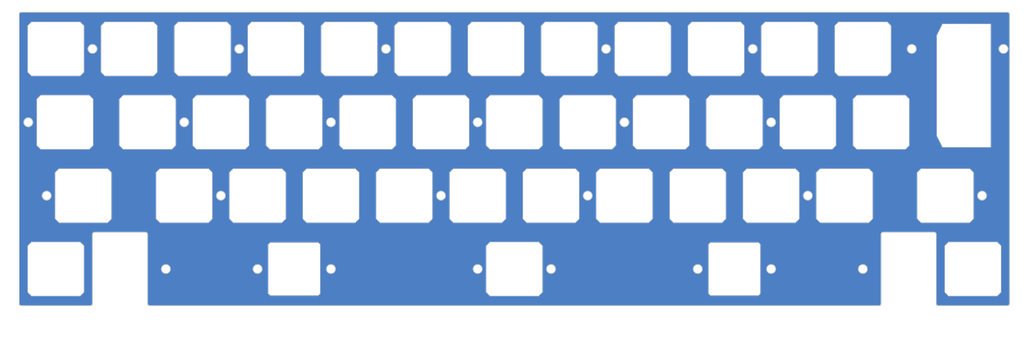
<source format=kicad_pcb>
(kicad_pcb (version 20221018) (generator pcbnew)
  (layers (0 "F.Cu" signal) (31 "B.Cu" signal) (34 "B.Paste" user) (35 "F.Paste" user) (36 "B.SilkS" user "B.Silkscreen") (37 "F.SilkS" user "F.Silkscreen") (38 "B.Mask" user) (39 "F.Mask" user) (44 "Edge.Cuts" user))
  (net 0 "")
  (net 1 "GND")
  (footprint "cipulot_parts:ecs_plate_cut_1U" (layer "F.Cu") (at 26.9875 91.28125)
    (fp_text reference "REF**")
    (fp_text value "Value " hide)
    (fp_line (start -7.3 -6) (end -7.3 6) (stroke (width 0.12)) (layer "Edge.Cuts"))
    (fp_line (start -7.3 6) (end -6.3 7) (stroke (width 0.12)) (layer "Edge.Cuts"))
    (fp_line (start -6.3 -7) (end -7.3 -6) (stroke (width 0.12)) (layer "Edge.Cuts"))
    (fp_line (start -6.3 7) (end 6.3 7) (stroke (width 0.12)) (layer "Edge.Cuts"))
    (fp_line (start 6.3 -7) (end -6.3 -7) (stroke (width 0.12)) (layer "Edge.Cuts"))
    (fp_line (start 6.3 -7) (end 7.3 -6) (stroke (width 0.12)) (layer "Edge.Cuts"))
    (fp_line (start 6.3 7) (end 7.3 6) (stroke (width 0.12)) (layer "Edge.Cuts"))
    (fp_line (start 7.3 6) (end 7.3 -6) (stroke (width 0.12)) (layer "Edge.Cuts"))
  )
  (footprint "cipulot_parts:ecs_plate_cut_1U" (layer "F.Cu") (at 136.525 72.23125)
    (fp_text reference "REF**")
    (fp_text value "Value " hide)
    (fp_line (start -7.3 -6) (end -7.3 6) (stroke (width 0.12)) (layer "Edge.Cuts"))
    (fp_line (start -7.3 6) (end -6.3 7) (stroke (width 0.12)) (layer "Edge.Cuts"))
    (fp_line (start -6.3 -7) (end -7.3 -6) (stroke (width 0.12)) (layer "Edge.Cuts"))
    (fp_line (start -6.3 7) (end 6.3 7) (stroke (width 0.12)) (layer "Edge.Cuts"))
    (fp_line (start 6.3 -7) (end -6.3 -7) (stroke (width 0.12)) (layer "Edge.Cuts"))
    (fp_line (start 6.3 -7) (end 7.3 -6) (stroke (width 0.12)) (layer "Edge.Cuts"))
    (fp_line (start 6.3 7) (end 7.3 6) (stroke (width 0.12)) (layer "Edge.Cuts"))
    (fp_line (start 7.3 6) (end 7.3 -6) (stroke (width 0.12)) (layer "Edge.Cuts"))
  )
  (footprint "cipulot_parts:ecs_plate_cut_1U" (layer "F.Cu") (at 146.05 53.18125)
    (fp_text reference "REF**")
    (fp_text value "Value " hide)
    (fp_line (start -7.3 -6) (end -7.3 6) (stroke (width 0.12)) (layer "Edge.Cuts"))
    (fp_line (start -7.3 6) (end -6.3 7) (stroke (width 0.12)) (layer "Edge.Cuts"))
    (fp_line (start -6.3 -7) (end -7.3 -6) (stroke (width 0.12)) (layer "Edge.Cuts"))
    (fp_line (start -6.3 7) (end 6.3 7) (stroke (width 0.12)) (layer "Edge.Cuts"))
    (fp_line (start 6.3 -7) (end -6.3 -7) (stroke (width 0.12)) (layer "Edge.Cuts"))
    (fp_line (start 6.3 -7) (end 7.3 -6) (stroke (width 0.12)) (layer "Edge.Cuts"))
    (fp_line (start 6.3 7) (end 7.3 6) (stroke (width 0.12)) (layer "Edge.Cuts"))
    (fp_line (start 7.3 6) (end 7.3 -6) (stroke (width 0.12)) (layer "Edge.Cuts"))
  )
  (footprint "cipulot_parts:ecs_plate_cut_1U" (layer "F.Cu") (at 46.0375 34.13125)
    (fp_text reference "REF**")
    (fp_text value "Value " hide)
    (fp_line (start -7.3 -6) (end -7.3 6) (stroke (width 0.12)) (layer "Edge.Cuts"))
    (fp_line (start -7.3 6) (end -6.3 7) (stroke (width 0.12)) (layer "Edge.Cuts"))
    (fp_line (start -6.3 -7) (end -7.3 -6) (stroke (width 0.12)) (layer "Edge.Cuts"))
    (fp_line (start -6.3 7) (end 6.3 7) (stroke (width 0.12)) (layer "Edge.Cuts"))
    (fp_line (start 6.3 -7) (end -6.3 -7) (stroke (width 0.12)) (layer "Edge.Cuts"))
    (fp_line (start 6.3 -7) (end 7.3 -6) (stroke (width 0.12)) (layer "Edge.Cuts"))
    (fp_line (start 6.3 7) (end 7.3 6) (stroke (width 0.12)) (layer "Edge.Cuts"))
    (fp_line (start 7.3 6) (end 7.3 -6) (stroke (width 0.12)) (layer "Edge.Cuts"))
  )
  (footprint "cipulot_parts:ecs_plate_cut_1U" (layer "F.Cu") (at 79.375 72.23125)
    (fp_text reference "REF**")
    (fp_text value "Value " hide)
    (fp_line (start -7.3 -6) (end -7.3 6) (stroke (width 0.12)) (layer "Edge.Cuts"))
    (fp_line (start -7.3 6) (end -6.3 7) (stroke (width 0.12)) (layer "Edge.Cuts"))
    (fp_line (start -6.3 -7) (end -7.3 -6) (stroke (width 0.12)) (layer "Edge.Cuts"))
    (fp_line (start -6.3 7) (end 6.3 7) (stroke (width 0.12)) (layer "Edge.Cuts"))
    (fp_line (start 6.3 -7) (end -6.3 -7) (stroke (width 0.12)) (layer "Edge.Cuts"))
    (fp_line (start 6.3 -7) (end 7.3 -6) (stroke (width 0.12)) (layer "Edge.Cuts"))
    (fp_line (start 6.3 7) (end 7.3 6) (stroke (width 0.12)) (layer "Edge.Cuts"))
    (fp_line (start 7.3 6) (end 7.3 -6) (stroke (width 0.12)) (layer "Edge.Cuts"))
  )
  (footprint "cipulot_parts:ecs_plate_cut_1U" (layer "F.Cu") (at 88.9 53.18125)
    (fp_text reference "REF**")
    (fp_text value "Value " hide)
    (fp_line (start -7.3 -6) (end -7.3 6) (stroke (width 0.12)) (layer "Edge.Cuts"))
    (fp_line (start -7.3 6) (end -6.3 7) (stroke (width 0.12)) (layer "Edge.Cuts"))
    (fp_line (start -6.3 -7) (end -7.3 -6) (stroke (width 0.12)) (layer "Edge.Cuts"))
    (fp_line (start -6.3 7) (end 6.3 7) (stroke (width 0.12)) (layer "Edge.Cuts"))
    (fp_line (start 6.3 -7) (end -6.3 -7) (stroke (width 0.12)) (layer "Edge.Cuts"))
    (fp_line (start 6.3 -7) (end 7.3 -6) (stroke (width 0.12)) (layer "Edge.Cuts"))
    (fp_line (start 6.3 7) (end 7.3 6) (stroke (width 0.12)) (layer "Edge.Cuts"))
    (fp_line (start 7.3 6) (end 7.3 -6) (stroke (width 0.12)) (layer "Edge.Cuts"))
  )
  (footprint "cipulot_parts:ecs_plate_cut_1U" (layer "F.Cu") (at 127 53.18125)
    (fp_text reference "REF**")
    (fp_text value "Value " hide)
    (fp_line (start -7.3 -6) (end -7.3 6) (stroke (width 0.12)) (layer "Edge.Cuts"))
    (fp_line (start -7.3 6) (end -6.3 7) (stroke (width 0.12)) (layer "Edge.Cuts"))
    (fp_line (start -6.3 -7) (end -7.3 -6) (stroke (width 0.12)) (layer "Edge.Cuts"))
    (fp_line (start -6.3 7) (end 6.3 7) (stroke (width 0.12)) (layer "Edge.Cuts"))
    (fp_line (start 6.3 -7) (end -6.3 -7) (stroke (width 0.12)) (layer "Edge.Cuts"))
    (fp_line (start 6.3 -7) (end 7.3 -6) (stroke (width 0.12)) (layer "Edge.Cuts"))
    (fp_line (start 6.3 7) (end 7.3 6) (stroke (width 0.12)) (layer "Edge.Cuts"))
    (fp_line (start 7.3 6) (end 7.3 -6) (stroke (width 0.12)) (layer "Edge.Cuts"))
  )
  (footprint "cipulot_parts:ecs_plate_cut_1U" (layer "F.Cu") (at 198.4375 34.13125)
    (fp_text reference "REF**")
    (fp_text value "Value " hide)
    (fp_line (start -7.3 -6) (end -7.3 6) (stroke (width 0.12)) (layer "Edge.Cuts"))
    (fp_line (start -7.3 6) (end -6.3 7) (stroke (width 0.12)) (layer "Edge.Cuts"))
    (fp_line (start -6.3 -7) (end -7.3 -6) (stroke (width 0.12)) (layer "Edge.Cuts"))
    (fp_line (start -6.3 7) (end 6.3 7) (stroke (width 0.12)) (layer "Edge.Cuts"))
    (fp_line (start 6.3 -7) (end -6.3 -7) (stroke (width 0.12)) (layer "Edge.Cuts"))
    (fp_line (start 6.3 -7) (end 7.3 -6) (stroke (width 0.12)) (layer "Edge.Cuts"))
    (fp_line (start 6.3 7) (end 7.3 6) (stroke (width 0.12)) (layer "Edge.Cuts"))
    (fp_line (start 7.3 6) (end 7.3 -6) (stroke (width 0.12)) (layer "Edge.Cuts"))
  )
  (footprint "cipulot_parts:ecs_plate_cut_1U" (layer "F.Cu") (at 203.2 53.18125)
    (fp_text reference "REF**")
    (fp_text value "Value " hide)
    (fp_line (start -7.3 -6) (end -7.3 6) (stroke (width 0.12)) (layer "Edge.Cuts"))
    (fp_line (start -7.3 6) (end -6.3 7) (stroke (width 0.12)) (layer "Edge.Cuts"))
    (fp_line (start -6.3 -7) (end -7.3 -6) (stroke (width 0.12)) (layer "Edge.Cuts"))
    (fp_line (start -6.3 7) (end 6.3 7) (stroke (width 0.12)) (layer "Edge.Cuts"))
    (fp_line (start 6.3 -7) (end -6.3 -7) (stroke (width 0.12)) (layer "Edge.Cuts"))
    (fp_line (start 6.3 -7) (end 7.3 -6) (stroke (width 0.12)) (layer "Edge.Cuts"))
    (fp_line (start 6.3 7) (end 7.3 6) (stroke (width 0.12)) (layer "Edge.Cuts"))
    (fp_line (start 7.3 6) (end 7.3 -6) (stroke (width 0.12)) (layer "Edge.Cuts"))
  )
  (footprint "cipulot_parts:ecs_plate_cut_1U" (layer "F.Cu") (at 165.1 53.18125)
    (fp_text reference "REF**")
    (fp_text value "Value " hide)
    (fp_line (start -7.3 -6) (end -7.3 6) (stroke (width 0.12)) (layer "Edge.Cuts"))
    (fp_line (start -7.3 6) (end -6.3 7) (stroke (width 0.12)) (layer "Edge.Cuts"))
    (fp_line (start -6.3 -7) (end -7.3 -6) (stroke (width 0.12)) (layer "Edge.Cuts"))
    (fp_line (start -6.3 7) (end 6.3 7) (stroke (width 0.12)) (layer "Edge.Cuts"))
    (fp_line (start 6.3 -7) (end -6.3 -7) (stroke (width 0.12)) (layer "Edge.Cuts"))
    (fp_line (start 6.3 -7) (end 7.3 -6) (stroke (width 0.12)) (layer "Edge.Cuts"))
    (fp_line (start 6.3 7) (end 7.3 6) (stroke (width 0.12)) (layer "Edge.Cuts"))
    (fp_line (start 7.3 6) (end 7.3 -6) (stroke (width 0.12)) (layer "Edge.Cuts"))
  )
  (footprint "cipulot_parts:ecs_plate_cut_1U" (layer "F.Cu") (at 217.4875 34.13125)
    (fp_text reference "REF**")
    (fp_text value "Value " hide)
    (fp_line (start -7.3 -6) (end -7.3 6) (stroke (width 0.12)) (layer "Edge.Cuts"))
    (fp_line (start -7.3 6) (end -6.3 7) (stroke (width 0.12)) (layer "Edge.Cuts"))
    (fp_line (start -6.3 -7) (end -7.3 -6) (stroke (width 0.12)) (layer "Edge.Cuts"))
    (fp_line (start -6.3 7) (end 6.3 7) (stroke (width 0.12)) (layer "Edge.Cuts"))
    (fp_line (start 6.3 -7) (end -6.3 -7) (stroke (width 0.12)) (layer "Edge.Cuts"))
    (fp_line (start 6.3 -7) (end 7.3 -6) (stroke (width 0.12)) (layer "Edge.Cuts"))
    (fp_line (start 6.3 7) (end 7.3 6) (stroke (width 0.12)) (layer "Edge.Cuts"))
    (fp_line (start 7.3 6) (end 7.3 -6) (stroke (width 0.12)) (layer "Edge.Cuts"))
  )
  (footprint "cipulot_parts:ecs_plate_cut_1U" (layer "F.Cu") (at 117.475 72.23125)
    (fp_text reference "REF**")
    (fp_text value "Value " hide)
    (fp_line (start -7.3 -6) (end -7.3 6) (stroke (width 0.12)) (layer "Edge.Cuts"))
    (fp_line (start -7.3 6) (end -6.3 7) (stroke (width 0.12)) (layer "Edge.Cuts"))
    (fp_line (start -6.3 -7) (end -7.3 -6) (stroke (width 0.12)) (layer "Edge.Cuts"))
    (fp_line (start -6.3 7) (end 6.3 7) (stroke (width 0.12)) (layer "Edge.Cuts"))
    (fp_line (start 6.3 -7) (end -6.3 -7) (stroke (width 0.12)) (layer "Edge.Cuts"))
    (fp_line (start 6.3 -7) (end 7.3 -6) (stroke (width 0.12)) (layer "Edge.Cuts"))
    (fp_line (start 6.3 7) (end 7.3 6) (stroke (width 0.12)) (layer "Edge.Cuts"))
    (fp_line (start 7.3 6) (end 7.3 -6) (stroke (width 0.12)) (layer "Edge.Cuts"))
  )
  (footprint "cipulot_parts:ecs_plate_cut_1U" (layer "F.Cu") (at 146.05 91.28125)
    (fp_text reference "REF**")
    (fp_text value "Value " hide)
    (fp_line (start -7.3 -6) (end -7.3 6) (stroke (width 0.12)) (layer "Edge.Cuts"))
    (fp_line (start -7.3 6) (end -6.3 7) (stroke (width 0.12)) (layer "Edge.Cuts"))
    (fp_line (start -6.3 -7) (end -7.3 -6) (stroke (width 0.12)) (layer "Edge.Cuts"))
    (fp_line (start -6.3 7) (end 6.3 7) (stroke (width 0.12)) (layer "Edge.Cuts"))
    (fp_line (start 6.3 -7) (end -6.3 -7) (stroke (width 0.12)) (layer "Edge.Cuts"))
    (fp_line (start 6.3 -7) (end 7.3 -6) (stroke (width 0.12)) (layer "Edge.Cuts"))
    (fp_line (start 6.3 7) (end 7.3 6) (stroke (width 0.12)) (layer "Edge.Cuts"))
    (fp_line (start 7.3 6) (end 7.3 -6) (stroke (width 0.12)) (layer "Edge.Cuts"))
  )
  (footprint "cipulot_parts:ecs_plate_cut_1U" (layer "F.Cu") (at 84.137501 34.13125)
    (fp_text reference "REF**")
    (fp_text value "Value " hide)
    (fp_line (start -7.3 -6) (end -7.3 6) (stroke (width 0.12)) (layer "Edge.Cuts"))
    (fp_line (start -7.3 6) (end -6.3 7) (stroke (width 0.12)) (layer "Edge.Cuts"))
    (fp_line (start -6.3 -7) (end -7.3 -6) (stroke (width 0.12)) (layer "Edge.Cuts"))
    (fp_line (start -6.3 7) (end 6.3 7) (stroke (width 0.12)) (layer "Edge.Cuts"))
    (fp_line (start 6.3 -7) (end -6.3 -7) (stroke (width 0.12)) (layer "Edge.Cuts"))
    (fp_line (start 6.3 -7) (end 7.3 -6) (stroke (width 0.12)) (layer "Edge.Cuts"))
    (fp_line (start 6.3 7) (end 7.3 6) (stroke (width 0.12)) (layer "Edge.Cuts"))
    (fp_line (start 7.3 6) (end 7.3 -6) (stroke (width 0.12)) (layer "Edge.Cuts"))
  )
  (footprint "cipulot_parts:ecs_plate_cut_1U" (layer "F.Cu") (at 34.13125 72.23125)
    (fp_text reference "REF**")
    (fp_text value "Value " hide)
    (fp_line (start -7.3 -6) (end -7.3 6) (stroke (width 0.12)) (layer "Edge.Cuts"))
    (fp_line (start -7.3 6) (end -6.3 7) (stroke (width 0.12)) (layer "Edge.Cuts"))
    (fp_line (start -6.3 -7) (end -7.3 -6) (stroke (width 0.12)) (layer "Edge.Cuts"))
    (fp_line (start -6.3 7) (end 6.3 7) (stroke (width 0.12)) (layer "Edge.Cuts"))
    (fp_line (start 6.3 -7) (end -6.3 -7) (stroke (width 0.12)) (layer "Edge.Cuts"))
    (fp_line (start 6.3 -7) (end 7.3 -6) (stroke (width 0.12)) (layer "Edge.Cuts"))
    (fp_line (start 6.3 7) (end 7.3 6) (stroke (width 0.12)) (layer "Edge.Cuts"))
    (fp_line (start 7.3 6) (end 7.3 -6) (stroke (width 0.12)) (layer "Edge.Cuts"))
  )
  (footprint "cipulot_parts:ecs_plate_cut_1U" (layer "F.Cu") (at 155.575 72.23125)
    (fp_text reference "REF**")
    (fp_text value "Value " hide)
    (fp_line (start -7.3 -6) (end -7.3 6) (stroke (width 0.12)) (layer "Edge.Cuts"))
    (fp_line (start -7.3 6) (end -6.3 7) (stroke (width 0.12)) (layer "Edge.Cuts"))
    (fp_line (start -6.3 -7) (end -7.3 -6) (stroke (width 0.12)) (layer "Edge.Cuts"))
    (fp_line (start -6.3 7) (end 6.3 7) (stroke (width 0.12)) (layer "Edge.Cuts"))
    (fp_line (start 6.3 -7) (end -6.3 -7) (stroke (width 0.12)) (layer "Edge.Cuts"))
    (fp_line (start 6.3 -7) (end 7.3 -6) (stroke (width 0.12)) (layer "Edge.Cuts"))
    (fp_line (start 6.3 7) (end 7.3 6) (stroke (width 0.12)) (layer "Edge.Cuts"))
    (fp_line (start 7.3 6) (end 7.3 -6) (stroke (width 0.12)) (layer "Edge.Cuts"))
  )
  (footprint "cipulot_parts:ecs_plate_cut_1U" (layer "F.Cu") (at 60.325 72.23125)
    (fp_text reference "REF**")
    (fp_text value "Value " hide)
    (fp_line (start -7.3 -6) (end -7.3 6) (stroke (width 0.12)) (layer "Edge.Cuts"))
    (fp_line (start -7.3 6) (end -6.3 7) (stroke (width 0.12)) (layer "Edge.Cuts"))
    (fp_line (start -6.3 -7) (end -7.3 -6) (stroke (width 0.12)) (layer "Edge.Cuts"))
    (fp_line (start -6.3 7) (end 6.3 7) (stroke (width 0.12)) (layer "Edge.Cuts"))
    (fp_line (start 6.3 -7) (end -6.3 -7) (stroke (width 0.12)) (layer "Edge.Cuts"))
    (fp_line (start 6.3 -7) (end 7.3 -6) (stroke (width 0.12)) (layer "Edge.Cuts"))
    (fp_line (start 6.3 7) (end 7.3 6) (stroke (width 0.12)) (layer "Edge.Cuts"))
    (fp_line (start 7.3 6) (end 7.3 -6) (stroke (width 0.12)) (layer "Edge.Cuts"))
  )
  (footprint "cipulot_parts:ecs_plate_cut_1U" (layer "F.Cu") (at 50.8 53.18125)
    (fp_text reference "REF**")
    (fp_text value "Value " hide)
    (fp_line (start -7.3 -6) (end -7.3 6) (stroke (width 0.12)) (layer "Edge.Cuts"))
    (fp_line (start -7.3 6) (end -6.3 7) (stroke (width 0.12)) (layer "Edge.Cuts"))
    (fp_line (start -6.3 -7) (end -7.3 -6) (stroke (width 0.12)) (layer "Edge.Cuts"))
    (fp_line (start -6.3 7) (end 6.3 7) (stroke (width 0.12)) (layer "Edge.Cuts"))
    (fp_line (start 6.3 -7) (end -6.3 -7) (stroke (width 0.12)) (layer "Edge.Cuts"))
    (fp_line (start 6.3 -7) (end 7.3 -6) (stroke (width 0.12)) (layer "Edge.Cuts"))
    (fp_line (start 6.3 7) (end 7.3 6) (stroke (width 0.12)) (layer "Edge.Cuts"))
    (fp_line (start 7.3 6) (end 7.3 -6) (stroke (width 0.12)) (layer "Edge.Cuts"))
  )
  (footprint "cipulot_parts:ecs_plate_cut_1U" (layer "F.Cu") (at 107.95 53.18125)
    (fp_text reference "REF**")
    (fp_text value "Value " hide)
    (fp_line (start -7.3 -6) (end -7.3 6) (stroke (width 0.12)) (layer "Edge.Cuts"))
    (fp_line (start -7.3 6) (end -6.3 7) (stroke (width 0.12)) (layer "Edge.Cuts"))
    (fp_line (start -6.3 -7) (end -7.3 -6) (stroke (width 0.12)) (layer "Edge.Cuts"))
    (fp_line (start -6.3 7) (end 6.3 7) (stroke (width 0.12)) (layer "Edge.Cuts"))
    (fp_line (start 6.3 -7) (end -6.3 -7) (stroke (width 0.12)) (layer "Edge.Cuts"))
    (fp_line (start 6.3 -7) (end 7.3 -6) (stroke (width 0.12)) (layer "Edge.Cuts"))
    (fp_line (start 6.3 7) (end 7.3 6) (stroke (width 0.12)) (layer "Edge.Cuts"))
    (fp_line (start 7.3 6) (end 7.3 -6) (stroke (width 0.12)) (layer "Edge.Cuts"))
  )
  (footprint "cipulot_parts:ecs_plate_cut_1U" (layer "F.Cu") (at 65.0875 34.13125)
    (fp_text reference "REF**")
    (fp_text value "Value " hide)
    (fp_line (start -7.3 -6) (end -7.3 6) (stroke (width 0.12)) (layer "Edge.Cuts"))
    (fp_line (start -7.3 6) (end -6.3 7) (stroke (width 0.12)) (layer "Edge.Cuts"))
    (fp_line (start -6.3 -7) (end -7.3 -6) (stroke (width 0.12)) (layer "Edge.Cuts"))
    (fp_line (start -6.3 7) (end 6.3 7) (stroke (width 0.12)) (layer "Edge.Cuts"))
    (fp_line (start 6.3 -7) (end -6.3 -7) (stroke (width 0.12)) (layer "Edge.Cuts"))
    (fp_line (start 6.3 -7) (end 7.3 -6) (stroke (width 0.12)) (layer "Edge.Cuts"))
    (fp_line (start 6.3 7) (end 7.3 6) (stroke (width 0.12)) (layer "Edge.Cuts"))
    (fp_line (start 7.3 6) (end 7.3 -6) (stroke (width 0.12)) (layer "Edge.Cuts"))
  )
  (footprint "cipulot_parts:ecs_plate_cut_1U" (layer "F.Cu") (at 141.2875 34.13125)
    (fp_text reference "REF**")
    (fp_text value "Value " hide)
    (fp_line (start -7.3 -6) (end -7.3 6) (stroke (width 0.12)) (layer "Edge.Cuts"))
    (fp_line (start -7.3 6) (end -6.3 7) (stroke (width 0.12)) (layer "Edge.Cuts"))
    (fp_line (start -6.3 -7) (end -7.3 -6) (stroke (width 0.12)) (layer "Edge.Cuts"))
    (fp_line (start -6.3 7) (end 6.3 7) (stroke (width 0.12)) (layer "Edge.Cuts"))
    (fp_line (start 6.3 -7) (end -6.3 -7) (stroke (width 0.12)) (layer "Edge.Cuts"))
    (fp_line (start 6.3 -7) (end 7.3 -6) (stroke (width 0.12)) (layer "Edge.Cuts"))
    (fp_line (start 6.3 7) (end 7.3 6) (stroke (width 0.12)) (layer "Edge.Cuts"))
    (fp_line (start 7.3 6) (end 7.3 -6) (stroke (width 0.12)) (layer "Edge.Cuts"))
  )
  (footprint "cipulot_parts:ecs_plate_cut_7U_space_stab" (layer "F.Cu") (at 146.05 91.28125)
    (fp_text reference "REF**")
    (fp_text value "Value " hide)
    (fp_line (start -63.8876 -6.3635) (end -63.8876 6.3635) (stroke (width 0.12)) (layer "Edge.Cuts"))
    (fp_line (start -63.8876 6.3635) (end -63.3806 6.8705) (stroke (width 0.12)) (layer "Edge.Cuts"))
    (fp_line (start -63.3806 -6.8705) (end -63.8876 -6.3635) (stroke (width 0.12)) (layer "Edge.Cuts"))
    (fp_line (start -63.3806 6.8705) (end -50.9326 6.8705) (stroke (width 0.12)) (layer "Edge.Cuts"))
    (fp_line (start -50.9326 -6.8705) (end -63.3806 -6.8705) (stroke (width 0.12)) (layer "Edge.Cuts"))
    (fp_line (start -50.9326 6.8705) (end -50.4256 6.3635) (stroke (width 0.12)) (layer "Edge.Cuts"))
    (fp_line (start -50.4256 -6.3635) (end -50.9326 -6.8705) (stroke (width 0.12)) (layer "Edge.Cuts"))
    (fp_line (start -50.4256 6.3635) (end -50.4256 -6.3635) (stroke (width 0.12)) (layer "Edge.Cuts"))
    (fp_line (start 50.419 -6.3635) (end 50.419 6.3635) (stroke (width 0.12)) (layer "Edge.Cuts"))
    (fp_line (start 50.419 -6.3635) (end 50.919 -6.8705) (stroke (width 0.12)) (layer "Edge.Cuts"))
    (fp_line (start 50.419 6.3635) (end 50.926 6.8705) (stroke (width 0.12)) (layer "Edge.Cuts"))
    (fp_line (start 50.919 -6.8705) (end 63.381 -6.8705) (stroke (width 0.12)) (layer "Edge.Cuts"))
    (fp_line (start 50.926 6.8705) (end 63.374 6.8705) (stroke (width 0.12)) (layer "Edge.Cuts"))
    (fp_line (start 63.374 6.8705) (end 63.881 6.3635) (stroke (width 0.12)) (layer "Edge.Cuts"))
    (fp_line (start 63.381 -6.8705) (end 63.881 -6.3635) (stroke (width 0.12)) (layer "Edge.Cuts"))
    (fp_line (start 63.881 6.3635) (end 63.881 -6.3635) (stroke (width 0.12)) (layer "Edge.Cuts"))
  )
  (footprint "cipulot_parts:ecs_plate_cut_1U" (layer "F.Cu") (at 29.36875 53.18125)
    (fp_text reference "REF**")
    (fp_text value "Value " hide)
    (fp_line (start -7.3 -6) (end -7.3 6) (stroke (width 0.12)) (layer "Edge.Cuts"))
    (fp_line (start -7.3 6) (end -6.3 7) (stroke (width 0.12)) (layer "Edge.Cuts"))
    (fp_line (start -6.3 -7) (end -7.3 -6) (stroke (width 0.12)) (layer "Edge.Cuts"))
    (fp_line (start -6.3 7) (end 6.3 7) (stroke (width 0.12)) (layer "Edge.Cuts"))
    (fp_line (start 6.3 -7) (end -6.3 -7) (stroke (width 0.12)) (layer "Edge.Cuts"))
    (fp_line (start 6.3 -7) (end 7.3 -6) (stroke (width 0.12)) (layer "Edge.Cuts"))
    (fp_line (start 6.3 7) (end 7.3 6) (stroke (width 0.12)) (layer "Edge.Cuts"))
    (fp_line (start 7.3 6) (end 7.3 -6) (stroke (width 0.12)) (layer "Edge.Cuts"))
  )
  (footprint "cipulot_parts:ecs_plate_cut_1U" (layer "F.Cu") (at 160.3375 34.13125)
    (fp_text reference "REF**")
    (fp_text value "Value " hide)
    (fp_line (start -7.3 -6) (end -7.3 6) (stroke (width 0.12)) (layer "Edge.Cuts"))
    (fp_line (start -7.3 6) (end -6.3 7) (stroke (width 0.12)) (layer "Edge.Cuts"))
    (fp_line (start -6.3 -7) (end -7.3 -6) (stroke (width 0.12)) (layer "Edge.Cuts"))
    (fp_line (start -6.3 7) (end 6.3 7) (stroke (width 0.12)) (layer "Edge.Cuts"))
    (fp_line (start 6.3 -7) (end -6.3 -7) (stroke (width 0.12)) (layer "Edge.Cuts"))
    (fp_line (start 6.3 -7) (end 7.3 -6) (stroke (width 0.12)) (layer "Edge.Cuts"))
    (fp_line (start 6.3 7) (end 7.3 6) (stroke (width 0.12)) (layer "Edge.Cuts"))
    (fp_line (start 7.3 6) (end 7.3 -6) (stroke (width 0.12)) (layer "Edge.Cuts"))
  )
  (footprint "cipulot_parts:ecs_plate_cut_1U" (layer "F.Cu") (at 122.2375 34.13125)
    (fp_text reference "REF**")
    (fp_text value "Value " hide)
    (fp_line (start -7.3 -6) (end -7.3 6) (stroke (width 0.12)) (layer "Edge.Cuts"))
    (fp_line (start -7.3 6) (end -6.3 7) (stroke (width 0.12)) (layer "Edge.Cuts"))
    (fp_line (start -6.3 -7) (end -7.3 -6) (stroke (width 0.12)) (layer "Edge.Cuts"))
    (fp_line (start -6.3 7) (end 6.3 7) (stroke (width 0.12)) (layer "Edge.Cuts"))
    (fp_line (start 6.3 -7) (end -6.3 -7) (stroke (width 0.12)) (layer "Edge.Cuts"))
    (fp_line (start 6.3 -7) (end 7.3 -6) (stroke (width 0.12)) (layer "Edge.Cuts"))
    (fp_line (start 6.3 7) (end 7.3 6) (stroke (width 0.12)) (layer "Edge.Cuts"))
    (fp_line (start 7.3 6) (end 7.3 -6) (stroke (width 0.12)) (layer "Edge.Cuts"))
  )
  (footprint "cipulot_parts:ecs_plate_cut_1U" (layer "F.Cu") (at 212.725 72.23125)
    (fp_text reference "REF**")
    (fp_text value "Value " hide)
    (fp_line (start -7.3 -6) (end -7.3 6) (stroke (width 0.12)) (layer "Edge.Cuts"))
    (fp_line (start -7.3 6) (end -6.3 7) (stroke (width 0.12)) (layer "Edge.Cuts"))
    (fp_line (start -6.3 -7) (end -7.3 -6) (stroke (width 0.12)) (layer "Edge.Cuts"))
    (fp_line (start -6.3 7) (end 6.3 7) (stroke (width 0.12)) (layer "Edge.Cuts"))
    (fp_line (start 6.3 -7) (end -6.3 -7) (stroke (width 0.12)) (layer "Edge.Cuts"))
    (fp_line (start 6.3 -7) (end 7.3 -6) (stroke (width 0.12)) (layer "Edge.Cuts"))
    (fp_line (start 6.3 7) (end 7.3 6) (stroke (width 0.12)) (layer "Edge.Cuts"))
    (fp_line (start 7.3 6) (end 7.3 -6) (stroke (width 0.12)) (layer "Edge.Cuts"))
  )
  (footprint "cipulot_parts:ecs_plate_cut_1U" (layer "F.Cu") (at 257.96875 72.23125)
    (fp_text reference "REF**")
    (fp_text value "Value " hide)
    (fp_line (start -7.3 -6) (end -7.3 6) (stroke (width 0.12)) (layer "Edge.Cuts"))
    (fp_line (start -7.3 6) (end -6.3 7) (stroke (width 0.12)) (layer "Edge.Cuts"))
    (fp_line (start -6.3 -7) (end -7.3 -6) (stroke (width 0.12)) (layer "Edge.Cuts"))
    (fp_line (start -6.3 7) (end 6.3 7) (stroke (width 0.12)) (layer "Edge.Cuts"))
    (fp_line (start 6.3 -7) (end -6.3 -7) (stroke (width 0.12)) (layer "Edge.Cuts"))
    (fp_line (start 6.3 -7) (end 7.3 -6) (stroke (width 0.12)) (layer "Edge.Cuts"))
    (fp_line (start 6.3 7) (end 7.3 6) (stroke (width 0.12)) (layer "Edge.Cuts"))
    (fp_line (start 7.3 6) (end 7.3 -6) (stroke (width 0.12)) (layer "Edge.Cuts"))
  )
  (footprint "cipulot_parts:ecs_plate_cut_1U" (layer "F.Cu") (at 69.85 53.18125)
    (fp_text reference "REF**")
    (fp_text value "Value " hide)
    (fp_line (start -7.3 -6) (end -7.3 6) (stroke (width 0.12)) (layer "Edge.Cuts"))
    (fp_line (start -7.3 6) (end -6.3 7) (stroke (width 0.12)) (layer "Edge.Cuts"))
    (fp_line (start -6.3 -7) (end -7.3 -6) (stroke (width 0.12)) (layer "Edge.Cuts"))
    (fp_line (start -6.3 7) (end 6.3 7) (stroke (width 0.12)) (layer "Edge.Cuts"))
    (fp_line (start 6.3 -7) (end -6.3 -7) (stroke (width 0.12)) (layer "Edge.Cuts"))
    (fp_line (start 6.3 -7) (end 7.3 -6) (stroke (width 0.12)) (layer "Edge.Cuts"))
    (fp_line (start 6.3 7) (end 7.3 6) (stroke (width 0.12)) (layer "Edge.Cuts"))
    (fp_line (start 7.3 6) (end 7.3 -6) (stroke (width 0.12)) (layer "Edge.Cuts"))
  )
  (footprint "cipulot_parts:ecs_plate_cut_1U" (layer "F.Cu") (at 231.775 72.23125)
    (fp_text reference "REF**")
    (fp_text value "Value " hide)
    (fp_line (start -7.3 -6) (end -7.3 6) (stroke (width 0.12)) (layer "Edge.Cuts"))
    (fp_line (start -7.3 6) (end -6.3 7) (stroke (width 0.12)) (layer "Edge.Cuts"))
    (fp_line (start -6.3 -7) (end -7.3 -6) (stroke (width 0.12)) (layer "Edge.Cuts"))
    (fp_line (start -6.3 7) (end 6.3 7) (stroke (width 0.12)) (layer "Edge.Cuts"))
    (fp_line (start 6.3 -7) (end -6.3 -7) (stroke (width 0.12)) (layer "Edge.Cuts"))
    (fp_line (start 6.3 -7) (end 7.3 -6) (stroke (width 0.12)) (layer "Edge.Cuts"))
    (fp_line (start 6.3 7) (end 7.3 6) (stroke (width 0.12)) (layer "Edge.Cuts"))
    (fp_line (start 7.3 6) (end 7.3 -6) (stroke (width 0.12)) (layer "Edge.Cuts"))
  )
  (footprint "cipulot_parts:ecs_plate_cut_1U" (layer "F.Cu") (at 174.625 72.23125)
    (fp_text reference "REF**")
    (fp_text value "Value " hide)
    (fp_line (start -7.3 -6) (end -7.3 6) (stroke (width 0.12)) (layer "Edge.Cuts"))
    (fp_line (start -7.3 6) (end -6.3 7) (stroke (width 0.12)) (layer "Edge.Cuts"))
    (fp_line (start -6.3 -7) (end -7.3 -6) (stroke (width 0.12)) (layer "Edge.Cuts"))
    (fp_line (start -6.3 7) (end 6.3 7) (stroke (width 0.12)) (layer "Edge.Cuts"))
    (fp_line (start 6.3 -7) (end -6.3 -7) (stroke (width 0.12)) (layer "Edge.Cuts"))
    (fp_line (start 6.3 -7) (end 7.3 -6) (stroke (width 0.12)) (layer "Edge.Cuts"))
    (fp_line (start 6.3 7) (end 7.3 6) (stroke (width 0.12)) (layer "Edge.Cuts"))
    (fp_line (start 7.3 6) (end 7.3 -6) (stroke (width 0.12)) (layer "Edge.Cuts"))
  )
  (footprint "cipulot_parts:ecs_plate_cut_1U" (layer "F.Cu") (at 98.425 72.23125)
    (fp_text reference "REF**")
    (fp_text value "Value " hide)
    (fp_line (start -7.3 -6) (end -7.3 6) (stroke (width 0.12)) (layer "Edge.Cuts"))
    (fp_line (start -7.3 6) (end -6.3 7) (stroke (width 0.12)) (layer "Edge.Cuts"))
    (fp_line (start -6.3 -7) (end -7.3 -6) (stroke (width 0.12)) (layer "Edge.Cuts"))
    (fp_line (start -6.3 7) (end 6.3 7) (stroke (width 0.12)) (layer "Edge.Cuts"))
    (fp_line (start 6.3 -7) (end -6.3 -7) (stroke (width 0.12)) (layer "Edge.Cuts"))
    (fp_line (start 6.3 -7) (end 7.3 -6) (stroke (width 0.12)) (layer "Edge.Cuts"))
    (fp_line (start 6.3 7) (end 7.3 6) (stroke (width 0.12)) (layer "Edge.Cuts"))
    (fp_line (start 7.3 6) (end 7.3 -6) (stroke (width 0.12)) (layer "Edge.Cuts"))
  )
  (footprint "cipulot_parts:ecs_plate_cut_1U" (layer "F.Cu") (at 222.25 53.18125)
    (fp_text reference "REF**")
    (fp_text value "Value " hide)
    (fp_line (start -7.3 -6) (end -7.3 6) (stroke (width 0.12)) (layer "Edge.Cuts"))
    (fp_line (start -7.3 6) (end -6.3 7) (stroke (width 0.12)) (layer "Edge.Cuts"))
    (fp_line (start -6.3 -7) (end -7.3 -6) (stroke (width 0.12)) (layer "Edge.Cuts"))
    (fp_line (start -6.3 7) (end 6.3 7) (stroke (width 0.12)) (layer "Edge.Cuts"))
    (fp_line (start 6.3 -7) (end -6.3 -7) (stroke (width 0.12)) (layer "Edge.Cuts"))
    (fp_line (start 6.3 -7) (end 7.3 -6) (stroke (width 0.12)) (layer "Edge.Cuts"))
    (fp_line (start 6.3 7) (end 7.3 6) (stroke (width 0.12)) (layer "Edge.Cuts"))
    (fp_line (start 7.3 6) (end 7.3 -6) (stroke (width 0.12)) (layer "Edge.Cuts"))
  )
  (footprint "cipulot_parts:ecs_plate_cut_1U" (layer "F.Cu") (at 236.5375 34.13125)
    (fp_text reference "REF**")
    (fp_text value "Value " hide)
    (fp_line (start -7.3 -6) (end -7.3 6) (stroke (width 0.12)) (layer "Edge.Cuts"))
    (fp_line (start -7.3 6) (end -6.3 7) (stroke (width 0.12)) (layer "Edge.Cuts"))
    (fp_line (start -6.3 -7) (end -7.3 -6) (stroke (width 0.12)) (layer "Edge.Cuts"))
    (fp_line (start -6.3 7) (end 6.3 7) (stroke (width 0.12)) (layer "Edge.Cuts"))
    (fp_line (start 6.3 -7) (end -6.3 -7) (stroke (width 0.12)) (layer "Edge.Cuts"))
    (fp_line (start 6.3 -7) (end 7.3 -6) (stroke (width 0.12)) (layer "Edge.Cuts"))
    (fp_line (start 6.3 7) (end 7.3 6) (stroke (width 0.12)) (layer "Edge.Cuts"))
    (fp_line (start 7.3 6) (end 7.3 -6) (stroke (width 0.12)) (layer "Edge.Cuts"))
  )
  (footprint "cipulot_parts:ecs_plate_cut_1U" (layer "F.Cu") (at 193.675 72.23125)
    (fp_text reference "REF**")
    (fp_text value "Value " hide)
    (fp_line (start -7.3 -6) (end -7.3 6) (stroke (width 0.12)) (layer "Edge.Cuts"))
    (fp_line (start -7.3 6) (end -6.3 7) (stroke (width 0.12)) (layer "Edge.Cuts"))
    (fp_line (start -6.3 -7) (end -7.3 -6) (stroke (width 0.12)) (layer "Edge.Cuts"))
    (fp_line (start -6.3 7) (end 6.3 7) (stroke (width 0.12)) (layer "Edge.Cuts"))
    (fp_line (start 6.3 -7) (end -6.3 -7) (stroke (width 0.12)) (layer "Edge.Cuts"))
    (fp_line (start 6.3 -7) (end 7.3 -6) (stroke (width 0.12)) (layer "Edge.Cuts"))
    (fp_line (start 6.3 7) (end 7.3 6) (stroke (width 0.12)) (layer "Edge.Cuts"))
    (fp_line (start 7.3 6) (end 7.3 -6) (stroke (width 0.12)) (layer "Edge.Cuts"))
  )
  (footprint "cipulot_parts:ecs_plate_cut_1U" (layer "F.Cu") (at 103.1875 34.13125)
    (fp_text reference "REF**")
    (fp_text value "Value " hide)
    (fp_line (start -7.3 -6) (end -7.3 6) (stroke (width 0.12)) (layer "Edge.Cuts"))
    (fp_line (start -7.3 6) (end -6.3 7) (stroke (width 0.12)) (layer "Edge.Cuts"))
    (fp_line (start -6.3 -7) (end -7.3 -6) (stroke (width 0.12)) (layer "Edge.Cuts"))
    (fp_line (start -6.3 7) (end 6.3 7) (stroke (width 0.12)) (layer "Edge.Cuts"))
    (fp_line (start 6.3 -7) (end -6.3 -7) (stroke (width 0.12)) (layer "Edge.Cuts"))
    (fp_line (start 6.3 -7) (end 7.3 -6) (stroke (width 0.12)) (layer "Edge.Cuts"))
    (fp_line (start 6.3 7) (end 7.3 6) (stroke (width 0.12)) (layer "Edge.Cuts"))
    (fp_line (start 7.3 6) (end 7.3 -6) (stroke (width 0.12)) (layer "Edge.Cuts"))
  )
  (footprint "cipulot_parts:ecs_plate_cut_1U" (layer "F.Cu") (at 184.15 53.18125)
    (fp_text reference "REF**")
    (fp_text value "Value " hide)
    (fp_line (start -7.3 -6) (end -7.3 6) (stroke (width 0.12)) (layer "Edge.Cuts"))
    (fp_line (start -7.3 6) (end -6.3 7) (stroke (width 0.12)) (layer "Edge.Cuts"))
    (fp_line (start -6.3 -7) (end -7.3 -6) (stroke (width 0.12)) (layer "Edge.Cuts"))
    (fp_line (start -6.3 7) (end 6.3 7) (stroke (width 0.12)) (layer "Edge.Cuts"))
    (fp_line (start 6.3 -7) (end -6.3 -7) (stroke (width 0.12)) (layer "Edge.Cuts"))
    (fp_line (start 6.3 -7) (end 7.3 -6) (stroke (width 0.12)) (layer "Edge.Cuts"))
    (fp_line (start 6.3 7) (end 7.3 6) (stroke (width 0.12)) (layer "Edge.Cuts"))
    (fp_line (start 7.3 6) (end 7.3 -6) (stroke (width 0.12)) (layer "Edge.Cuts"))
  )
  (footprint "cipulot_parts:ecs_plate_cut_1U" (layer "F.Cu") (at 179.3875 34.13125)
    (fp_text reference "REF**")
    (fp_text value "Value " hide)
    (fp_line (start -7.3 -6) (end -7.3 6) (stroke (width 0.12)) (layer "Edge.Cuts"))
    (fp_line (start -7.3 6) (end -6.3 7) (stroke (width 0.12)) (layer "Edge.Cuts"))
    (fp_line (start -6.3 -7) (end -7.3 -6) (stroke (width 0.12)) (layer "Edge.Cuts"))
    (fp_line (start -6.3 7) (end 6.3 7) (stroke (width 0.12)) (layer "Edge.Cuts"))
    (fp_line (start 6.3 -7) (end -6.3 -7) (stroke (width 0.12)) (layer "Edge.Cuts"))
    (fp_line (start 6.3 -7) (end 7.3 -6) (stroke (width 0.12)) (layer "Edge.Cuts"))
    (fp_line (start 6.3 7) (end 7.3 6) (stroke (width 0.12)) (layer "Edge.Cuts"))
    (fp_line (start 7.3 6) (end 7.3 -6) (stroke (width 0.12)) (layer "Edge.Cuts"))
  )
  (footprint "cipulot_parts:ecs_7U_space_stab" (layer "F.Cu") (at 146.05 91.28125 180)
    (fp_text reference "REF**" hide)
    (fp_text value "Value " hide)
  )
  (footprint "cipulot_parts:ecs_plate_cut_1U" (layer "F.Cu") (at 265.1125 91.28125)
    (fp_text reference "REF**")
    (fp_text value "Value " hide)
    (fp_line (start -7.3 -6) (end -7.3 6) (stroke (width 0.12)) (layer "Edge.Cuts"))
    (fp_line (start -7.3 6) (end -6.3 7) (stroke (width 0.12)) (layer "Edge.Cuts"))
    (fp_line (start -6.3 -7) (end -7.3 -6) (stroke (width 0.12)) (layer "Edge.Cuts"))
    (fp_line (start -6.3 7) (end 6.3 7) (stroke (width 0.12)) (layer "Edge.Cuts"))
    (fp_line (start 6.3 -7) (end -6.3 -7) (stroke (width 0.12)) (layer "Edge.Cuts"))
    (fp_line (start 6.3 -7) (end 7.3 -6) (stroke (width 0.12)) (layer "Edge.Cuts"))
    (fp_line (start 6.3 7) (end 7.3 6) (stroke (width 0.12)) (layer "Edge.Cuts"))
    (fp_line (start 7.3 6) (end 7.3 -6) (stroke (width 0.12)) (layer "Edge.Cuts"))
  )
  (footprint "cipulot_parts:ecs_plate_cut_2U" (layer "F.Cu") (at 262.73125 43.65625 -90)
    (fp_text reference "REF**")
    (fp_text value "Value " hide)
    (fp_line (start -16 -7) (end 16 -7) (stroke (width 0.12)) (layer "Edge.Cuts"))
    (fp_line (start -16 0) (end -16 -7) (stroke (width 0.12)) (layer "Edge.Cuts"))
    (fp_line (start -16 0) (end -16 5.5) (stroke (width 0.12)) (layer "Edge.Cuts"))
    (fp_line (start -16 5.5) (end -13 7) (stroke (width 0.12)) (layer "Edge.Cuts"))
    (fp_line (start 13 7) (end -13 7) (stroke (width 0.12)) (layer "Edge.Cuts"))
    (fp_line (start 16 -7) (end 16 0) (stroke (width 0.12)) (layer "Edge.Cuts"))
    (fp_line (start 16 0) (end 16 5.5) (stroke (width 0.12)) (layer "Edge.Cuts"))
    (fp_line (start 16 5.5) (end 13 7) (stroke (width 0.12)) (layer "Edge.Cuts"))
  )
  (footprint "cipulot_parts:ecs_plate_cut_1U" (layer "F.Cu") (at 241.3 53.18125)
    (fp_text reference "REF**")
    (fp_text value "Value " hide)
    (fp_line (start -7.3 -6) (end -7.3 6) (stroke (width 0.12)) (layer "Edge.Cuts"))
    (fp_line (start -7.3 6) (end -6.3 7) (stroke (width 0.12)) (layer "Edge.Cuts"))
    (fp_line (start -6.3 -7) (end -7.3 -6) (stroke (width 0.12)) (layer "Edge.Cuts"))
    (fp_line (start -6.3 7) (end 6.3 7) (stroke (width 0.12)) (layer "Edge.Cuts"))
    (fp_line (start 6.3 -7) (end -6.3 -7) (stroke (width 0.12)) (layer "Edge.Cuts"))
    (fp_line (start 6.3 -7) (end 7.3 -6) (stroke (width 0.12)) (layer "Edge.Cuts"))
    (fp_line (start 6.3 7) (end 7.3 6) (stroke (width 0.12)) (layer "Edge.Cuts"))
    (fp_line (start 7.3 6) (end 7.3 -6) (stroke (width 0.12)) (layer "Edge.Cuts"))
  )
  (footprint "cipulot_parts:ecs_plate_cut_1U" (layer "F.Cu") (at 26.9875 34.13125)
    (fp_text reference "REF**")
    (fp_text value "Value " hide)
    (fp_line (start -7.3 -6) (end -7.3 6) (stroke (width 0.12)) (layer "Edge.Cuts"))
    (fp_line (start -7.3 6) (end -6.3 7) (stroke (width 0.12)) (layer "Edge.Cuts"))
    (fp_line (start -6.3 -7) (end -7.3 -6) (stroke (width 0.12)) (layer "Edge.Cuts"))
    (fp_line (start -6.3 7) (end 6.3 7) (stroke (width 0.12)) (layer "Edge.Cuts"))
    (fp_line (start 6.3 -7) (end -6.3 -7) (stroke (width 0.12)) (layer "Edge.Cuts"))
    (fp_line (start 6.3 -7) (end 7.3 -6) (stroke (width 0.12)) (layer "Edge.Cuts"))
    (fp_line (start 6.3 7) (end 7.3 6) (stroke (width 0.12)) (layer "Edge.Cuts"))
    (fp_line (start 7.3 6) (end 7.3 -6) (stroke (width 0.12)) (layer "Edge.Cuts"))
  )
  (gr_circle (center 24.60625 72.23125) (end 25.75625 72.23125) (stroke (width 0.2)) (fill none) (layer "Edge.Cuts"))
  (gr_arc (start 50.3 81.75625) (mid 50.653553 81.902697) (end 50.8 82.25625) (stroke (width 0.2)) (layer "Edge.Cuts"))
  (gr_circle (center 249.2375 34.13125) (end 250.3875 34.13125) (stroke (width 0.2)) (fill none) (layer "Edge.Cuts"))
  (gr_circle (center 169.8625 34.13125) (end 171.0125 34.13125) (stroke (width 0.2)) (fill none) (layer "Edge.Cuts"))
  (gr_arc (start 241.3 100.30625) (mid 241.153553 100.659803) (end 240.8 100.80625) (stroke (width 0.2)) (layer "Edge.Cuts"))
  (gr_arc (start 241.3 82.25625) (mid 241.446447 81.902697) (end 241.8 81.75625) (stroke (width 0.2)) (layer "Edge.Cuts"))
  (gr_line (start 17.4625 100.30625) (end 17.4625 25.10625) (stroke (width 0.2)) (layer "Edge.Cuts"))
  (gr_circle (center 98.425 91.28125) (end 99.575 91.28125) (stroke (width 0.2)) (fill none) (layer "Edge.Cuts"))
  (gr_circle (center 236.5375 91.28125) (end 237.6875 91.28125) (stroke (width 0.2)) (fill none) (layer "Edge.Cuts"))
  (gr_circle (center 193.675 91.28125) (end 194.825 91.28125) (stroke (width 0.2)) (fill none) (layer "Edge.Cuts"))
  (gr_circle (center 55.5625 91.28125) (end 56.7125 91.28125) (stroke (width 0.2)) (fill none) (layer "Edge.Cuts"))
  (gr_line (start 50.3 81.75625) (end 37.0125 81.75625) (stroke (width 0.2)) (layer "Edge.Cuts"))
  (gr_line (start 241.3 82.25625) (end 241.3 100.30625) (stroke (width 0.2)) (layer "Edge.Cuts"))
  (gr_arc (start 17.9625 100.80625) (mid 17.608947 100.659803) (end 17.4625 100.30625) (stroke (width 0.2)) (layer "Edge.Cuts"))
  (gr_circle (center 60.325 53.18125) (end 61.475 53.18125) (stroke (width 0.2)) (fill none) (layer "Edge.Cuts"))
  (gr_arc (start 274.6375 100.30625) (mid 274.491053 100.659803) (end 274.1375 100.80625) (stroke (width 0.2)) (layer "Edge.Cuts"))
  (gr_circle (center 207.9625 34.13125) (end 209.1125 34.13125) (stroke (width 0.2)) (fill none) (layer "Edge.Cuts"))
  (gr_arc (start 274.1375 24.60625) (mid 274.491053 24.752697) (end 274.6375 25.10625) (stroke (width 0.2)) (layer "Edge.Cuts"))
  (gr_circle (center 36.5125 34.13125) (end 37.6625 34.13125) (stroke (width 0.2)) (fill none) (layer "Edge.Cuts"))
  (gr_circle (center 212.725 53.18125) (end 213.875 53.18125) (stroke (width 0.2)) (fill none) (layer "Edge.Cuts"))
  (gr_circle (center 127 72.23125) (end 128.15 72.23125) (stroke (width 0.2)) (fill none) (layer "Edge.Cuts"))
  (gr_arc (start 255.0875 81.75625) (mid 255.441053 81.902697) (end 255.5875 82.25625) (stroke (width 0.2)) (layer "Edge.Cuts"))
  (gr_circle (center 165.1 72.23125) (end 166.25 72.23125) (stroke (width 0.2)) (fill none) (layer "Edge.Cuts"))
  (gr_line (start 240.8 100.80625) (end 51.3 100.80625) (stroke (width 0.2)) (layer "Edge.Cuts"))
  (gr_line (start 274.1375 100.80625) (end 256.0875 100.80625) (stroke (width 0.2)) (layer "Edge.Cuts"))
  (gr_arc (start 51.3 100.80625) (mid 50.946447 100.659803) (end 50.8 100.30625) (stroke (width 0.2)) (layer "Edge.Cuts"))
  (gr_line (start 255.0875 81.75625) (end 241.8 81.75625) (stroke (width 0.2)) (layer "Edge.Cuts"))
  (gr_line (start 36.0125 100.80625) (end 17.9625 100.80625) (stroke (width 0.2)) (layer "Edge.Cuts"))
  (gr_circle (center 222.25 72.23125) (end 223.4 72.23125) (stroke (width 0.2)) (fill none) (layer "Edge.Cuts"))
  (gr_line (start 50.8 100.30625) (end 50.8 82.25625) (stroke (width 0.2)) (layer "Edge.Cuts"))
  (gr_circle (center 69.85 72.23125) (end 71 72.23125) (stroke (width 0.2)) (fill none) (layer "Edge.Cuts"))
  (gr_circle (center 155.575 91.28125) (end 156.725 91.28125) (stroke (width 0.2)) (fill none) (layer "Edge.Cuts"))
  (gr_circle (center 79.375 91.28125) (end 80.525 91.28125) (stroke (width 0.2)) (fill none) (layer "Edge.Cuts"))
  (gr_line (start 255.5875 100.30625) (end 255.5875 82.25625) (stroke (width 0.2)) (layer "Edge.Cuts"))
  (gr_circle (center 74.6125 34.13125) (end 75.7625 34.13125) (stroke (width 0.2)) (fill none) (layer "Edge.Cuts"))
  (gr_circle (center 98.425 53.18125) (end 99.575 53.18125) (stroke (width 0.2)) (fill none) (layer "Edge.Cuts"))
  (gr_arc (start 256.0875 100.80625) (mid 255.733947 100.659803) (end 255.5875 100.30625) (stroke (width 0.2)) (layer "Edge.Cuts"))
  (gr_line (start 36.5125 82.25625) (end 36.5125 100.30625) (stroke (width 0.2)) (layer "Edge.Cuts"))
  (gr_circle (center 267.49375 72.23125) (end 268.64375 72.23125) (stroke (width 0.2)) (fill none) (layer "Edge.Cuts"))
  (gr_circle (center 273.05 34.13125) (end 274.2 34.13125) (stroke (width 0.2)) (fill none) (layer "Edge.Cuts"))
  (gr_line (start 17.9625 24.60625) (end 274.1375 24.60625) (stroke (width 0.2)) (layer "Edge.Cuts"))
  (gr_circle (center 136.525 91.28125) (end 137.675 91.28125) (stroke (width 0.2)) (fill none) (layer "Edge.Cuts"))
  (gr_circle (center 112.7125 34.13125) (end 113.8625 34.13125) (stroke (width 0.2)) (fill none) (layer "Edge.Cuts"))
  (gr_circle (center 174.625 53.18125) (end 175.775 53.18125) (stroke (width 0.2)) (fill none) (layer "Edge.Cuts"))
  (gr_arc (start 17.4625 25.10625) (mid 17.608947 24.752697) (end 17.9625 24.60625) (stroke (width 0.2)) (layer "Edge.Cuts"))
  (gr_circle (center 136.525 53.18125) (end 137.675 53.18125) (stroke (width 0.2)) (fill none) (layer "Edge.Cuts"))
  (gr_circle (center 19.84375 53.18125) (end 20.99375 53.18125) (stroke (width 0.2)) (fill none) (layer "Edge.Cuts"))
  (gr_arc (start 36.5125 82.25625) (mid 36.658947 81.902697) (end 37.0125 81.75625) (stroke (width 0.2)) (layer "Edge.Cuts"))
  (gr_line (start 274.6375 25.10625) (end 274.6375 100.30625) (stroke (width 0.2)) (layer "Edge.Cuts"))
  (gr_circle (center 212.725 91.28125) (end 213.875 91.28125) (stroke (width 0.2)) (fill none) (layer "Edge.Cuts"))
  (gr_arc (start 36.5125 100.30625) (mid 36.366053 100.659803) (end 36.0125 100.80625) (stroke (width 0.2)) (layer "Edge.Cuts"))
  (zone (net 1) (net_name "GND") (layers "F&B.Cu") (connect_pads (clearance 0.5)) (min_thickness 0.25) (fill yes (thermal_gap 0.5) (thermal_bridge_width 0.5) (island_removal_mode 1) (island_area_min 10))
    (polygon (pts (xy 12.49375 21.43125) (xy 278.4 21.43125) (xy 278.4 109.5375) (xy 12.49375 108.74375)))
  )
)
</source>
